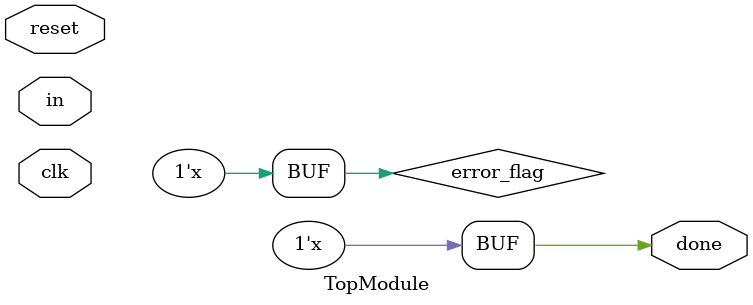
<source format=sv>

module TopModule (
  input clk,
  input in,
  input reset,
  output reg done
);

  // State definition
  typedef enum logic [2:0] {
    IDLE,
    START_DETECTED,
    RECEIVING_DATA,
    STOP_DETECTED,
    ERROR_STATE
  } state_t;

  reg state, next_state;

  // Internal signals
  reg [7:0] data_reg;
  reg data_bit_count;
  reg stop_bit_expected;
  reg error_flag;

  // State register update
  always @(posedge clk) begin
    if (reset) begin
      state <= IDLE;
      done <= 0;
      error_flag <= 0;
    end else begin
      state <= next_state;
      done <= 0;
      error_flag <= 0;
    end
  end

  // Next state logic
  always @(*) begin
    next_state = state;
    case (state)
      IDLE: begin
        if (in == 0) begin
          next_state = START_DETECTED;
        end
      end
      START_DETECTED: begin
        next_state = RECEIVING_DATA;
        data_bit_count = 0;
        stop_bit_expected = 1;
      end
      RECEIVING_DATA: begin
        if (data_bit_count == 8) begin
          if (stop_bit_expected) begin
            next_state = STOP_DETECTED;
          end else begin
            next_state = ERROR_STATE;
            error_flag = 1;
          end
        end else begin
          next_state = RECEIVING_DATA;
        end
      end
      STOP_DETECTED: begin
        next_state = IDLE;
        done = 1;
      end
      ERROR_STATE: begin
        if (in == 1) begin
          next_state = IDLE;
        end
      end
    endcase
  end

  // Data register update and bit count
  always @(posedge clk) begin
    if (state == RECEIVING_DATA) begin
      data_reg[data_bit_count] <= in;
      if(data_bit_count < 9)
        data_bit_count <= data_bit_count + 1;
    end
  end
endmodule

// VERILOG-EVAL: errant inclusion of module definition

</source>
